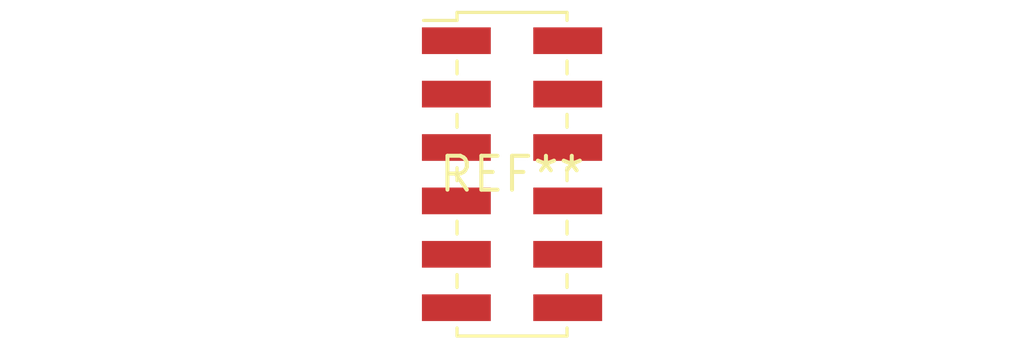
<source format=kicad_pcb>
(kicad_pcb (version 20240108) (generator pcbnew)
  (layers (0 "F.Cu" signal) (31 "B.Cu" signal) (34 "B.Paste" user) (35 "F.Paste" user) (36 "B.SilkS" user "B.Silkscreen") (37 "F.SilkS" user "F.Silkscreen") (38 "B.Mask" user) (39 "F.Mask" user) (44 "Edge.Cuts" user))
  (net 0 "")
  (footprint "PinHeader_2x06_P2.00mm_Vertical_SMD" (layer "F.Cu") (at 0 0)
    (property "Reference" "REF**")
    (property "Value" "PinHeader_2x06_P2.00mm_Vertical_SMD")
    (fp_line (start -3.315 -5.76) (end -2.06 -5.76) (layer "F.SilkS") (stroke (width 0.12)))
    (fp_line (start -2.06 -6.06) (end -2.06 -5.76) (layer "F.SilkS") (stroke (width 0.12)))
    (fp_line (start -2.06 -6.06) (end 2.06 -6.06) (layer "F.SilkS") (stroke (width 0.12)))
    (fp_line (start -2.06 -4.24) (end -2.06 -3.76) (layer "F.SilkS") (stroke (width 0.12)))
    (fp_line (start -2.06 -2.24) (end -2.06 -1.76) (layer "F.SilkS") (stroke (width 0.12)))
    (fp_line (start -2.06 -0.24) (end -2.06 0.24) (layer "F.SilkS") (stroke (width 0.12)))
    (fp_line (start -2.06 1.76) (end -2.06 2.24) (layer "F.SilkS") (stroke (width 0.12)))
    (fp_line (start -2.06 3.76) (end -2.06 4.24) (layer "F.SilkS") (stroke (width 0.12)))
    (fp_line (start -2.06 5.76) (end -2.06 6.06) (layer "F.SilkS") (stroke (width 0.12)))
    (fp_line (start -2.06 6.06) (end 2.06 6.06) (layer "F.SilkS") (stroke (width 0.12)))
    (fp_line (start 2.06 -6.06) (end 2.06 -5.76) (layer "F.SilkS") (stroke (width 0.12)))
    (fp_line (start 2.06 -4.24) (end 2.06 -3.76) (layer "F.SilkS") (stroke (width 0.12)))
    (fp_line (start 2.06 -2.24) (end 2.06 -1.76) (layer "F.SilkS") (stroke (width 0.12)))
    (fp_line (start 2.06 -0.24) (end 2.06 0.24) (layer "F.SilkS") (stroke (width 0.12)))
    (fp_line (start 2.06 1.76) (end 2.06 2.24) (layer "F.SilkS") (stroke (width 0.12)))
    (fp_line (start 2.06 3.76) (end 2.06 4.24) (layer "F.SilkS") (stroke (width 0.12)))
    (fp_line (start 2.06 5.76) (end 2.06 6.06) (layer "F.SilkS") (stroke (width 0.12)))
    (pad "1" smd rect (at -2.085 -5) (size 2.58 1) (layers "F.Cu" "F.Paste" "F.Mask"))
    (pad "2" smd rect (at 2.085 -5) (size 2.58 1) (layers "F.Cu" "F.Paste" "F.Mask"))
    (pad "3" smd rect (at -2.085 -3) (size 2.58 1) (layers "F.Cu" "F.Paste" "F.Mask"))
    (pad "4" smd rect (at 2.085 -3) (size 2.58 1) (layers "F.Cu" "F.Paste" "F.Mask"))
    (pad "5" smd rect (at -2.085 -1) (size 2.58 1) (layers "F.Cu" "F.Paste" "F.Mask"))
    (pad "6" smd rect (at 2.085 -1) (size 2.58 1) (layers "F.Cu" "F.Paste" "F.Mask"))
    (pad "7" smd rect (at -2.085 1) (size 2.58 1) (layers "F.Cu" "F.Paste" "F.Mask"))
    (pad "8" smd rect (at 2.085 1) (size 2.58 1) (layers "F.Cu" "F.Paste" "F.Mask"))
    (pad "9" smd rect (at -2.085 3) (size 2.58 1) (layers "F.Cu" "F.Paste" "F.Mask"))
    (pad "10" smd rect (at 2.085 3) (size 2.58 1) (layers "F.Cu" "F.Paste" "F.Mask"))
    (pad "11" smd rect (at -2.085 5) (size 2.58 1) (layers "F.Cu" "F.Paste" "F.Mask"))
    (pad "12" smd rect (at 2.085 5) (size 2.58 1) (layers "F.Cu" "F.Paste" "F.Mask"))
  )
)
</source>
